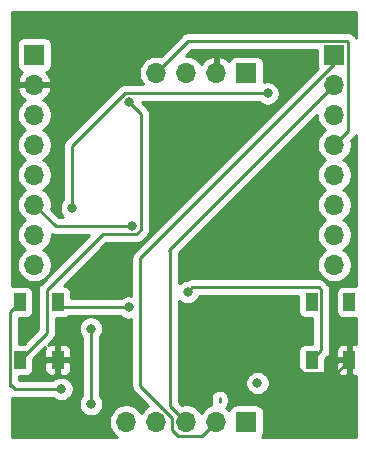
<source format=gbr>
%TF.GenerationSoftware,KiCad,Pcbnew,(5.1.8)-1*%
%TF.CreationDate,2021-02-07T19:47:34+01:00*%
%TF.ProjectId,addon_MH-Z19,6164646f-6e5f-44d4-982d-5a31392e6b69,rev?*%
%TF.SameCoordinates,Original*%
%TF.FileFunction,Copper,L2,Bot*%
%TF.FilePolarity,Positive*%
%FSLAX46Y46*%
G04 Gerber Fmt 4.6, Leading zero omitted, Abs format (unit mm)*
G04 Created by KiCad (PCBNEW (5.1.8)-1) date 2021-02-07 19:47:34*
%MOMM*%
%LPD*%
G01*
G04 APERTURE LIST*
%TA.AperFunction,ComponentPad*%
%ADD10R,1.700000X1.700000*%
%TD*%
%TA.AperFunction,ComponentPad*%
%ADD11O,1.700000X1.700000*%
%TD*%
%TA.AperFunction,SMDPad,CuDef*%
%ADD12R,1.000000X1.500000*%
%TD*%
%TA.AperFunction,ViaPad*%
%ADD13C,0.800000*%
%TD*%
%TA.AperFunction,Conductor*%
%ADD14C,0.250000*%
%TD*%
%TA.AperFunction,Conductor*%
%ADD15C,0.254000*%
%TD*%
%TA.AperFunction,Conductor*%
%ADD16C,0.100000*%
%TD*%
G04 APERTURE END LIST*
D10*
%TO.P,J3,1*%
%TO.N,N/C*%
X76360000Y-76800000D03*
D11*
%TO.P,J3,2*%
%TO.N,TX*%
X73820000Y-76800000D03*
%TO.P,J3,3*%
%TO.N,RX*%
X71280000Y-76800000D03*
%TO.P,J3,4*%
%TO.N,N/C*%
X68740000Y-76800000D03*
%TO.P,J3,5*%
%TO.N,HD*%
X66200000Y-76800000D03*
%TD*%
D12*
%TO.P,D2,3*%
%TO.N,GND*%
X60400000Y-71550000D03*
%TO.P,D2,4*%
%TO.N,Net-(D1-Pad2)*%
X57200000Y-71550000D03*
%TO.P,D2,2*%
%TO.N,Net-(D2-Pad2)*%
X60400000Y-66650000D03*
%TO.P,D2,1*%
%TO.N,+5V*%
X57200000Y-66650000D03*
%TD*%
%TO.P,D3,1*%
%TO.N,+5V*%
X81900000Y-66650000D03*
%TO.P,D3,2*%
%TO.N,N/C*%
X85100000Y-66650000D03*
%TO.P,D3,4*%
%TO.N,Net-(D2-Pad2)*%
X81900000Y-71550000D03*
%TO.P,D3,3*%
%TO.N,GND*%
X85100000Y-71550000D03*
%TD*%
D10*
%TO.P,J1,1*%
%TO.N,+3V3*%
X58420000Y-45710000D03*
D11*
%TO.P,J1,2*%
%TO.N,GND*%
X58420000Y-48250000D03*
%TO.P,J1,3*%
%TO.N,N/C*%
X58420000Y-50790000D03*
%TO.P,J1,4*%
X58420000Y-53330000D03*
%TO.P,J1,5*%
%TO.N,AdHoc*%
X58420000Y-55870000D03*
%TO.P,J1,6*%
%TO.N,PC1*%
X58420000Y-58410000D03*
%TO.P,J1,7*%
%TO.N,N/C*%
X58420000Y-60950000D03*
%TO.P,J1,8*%
X58420000Y-63490000D03*
%TD*%
%TO.P,J2,8*%
%TO.N,N/C*%
X83820000Y-63490000D03*
%TO.P,J2,7*%
X83820000Y-60950000D03*
%TO.P,J2,6*%
X83820000Y-58410000D03*
%TO.P,J2,5*%
X83820000Y-55870000D03*
%TO.P,J2,4*%
%TO.N,PWM*%
X83820000Y-53330000D03*
%TO.P,J2,3*%
%TO.N,HD*%
X83820000Y-50790000D03*
%TO.P,J2,2*%
%TO.N,RX*%
X83820000Y-48250000D03*
D10*
%TO.P,J2,1*%
%TO.N,TX*%
X83820000Y-45710000D03*
%TD*%
%TO.P,J4,1*%
%TO.N,+5V*%
X76360000Y-47260000D03*
D11*
%TO.P,J4,2*%
%TO.N,GND*%
X73820000Y-47260000D03*
%TO.P,J4,3*%
%TO.N,N/C*%
X71280000Y-47260000D03*
%TO.P,J4,4*%
%TO.N,PWM*%
X68740000Y-47260000D03*
%TD*%
D13*
%TO.N,+5V*%
X81900000Y-67000000D03*
X77300000Y-73500000D03*
X60700000Y-74000000D03*
%TO.N,GND*%
X60400000Y-71200000D03*
X71300000Y-67200000D03*
X77100000Y-67200000D03*
%TO.N,PC1*%
X66700000Y-60200000D03*
%TO.N,Net-(D1-Pad2)*%
X66400000Y-49700000D03*
%TO.N,Net-(D2-Pad2)*%
X71400000Y-65800000D03*
X66400000Y-67100000D03*
%TO.N,HD*%
X61600000Y-58700000D03*
X78174999Y-48974999D03*
%TO.N,AdHoc*%
X63200000Y-75300000D03*
X63200000Y-68900000D03*
%TD*%
D14*
%TO.N,*%
X74100000Y-75100000D02*
X74100000Y-74800000D01*
%TO.N,+5V*%
X57200000Y-66650000D02*
X56374999Y-67475001D01*
X60700000Y-74000000D02*
X56749998Y-74000000D01*
X56749998Y-74000000D02*
X56374999Y-73625001D01*
X56374999Y-73625001D02*
X56374999Y-73774999D01*
X56374999Y-67475001D02*
X56374999Y-73625001D01*
%TO.N,GND*%
X71300000Y-67200000D02*
X77100000Y-67200000D01*
X77100000Y-67200000D02*
X77100000Y-69400000D01*
X84024999Y-72625001D02*
X85100000Y-71550000D01*
X81139999Y-72625001D02*
X84024999Y-72625001D01*
X77100000Y-68585002D02*
X81139999Y-72625001D01*
X77100000Y-67200000D02*
X77100000Y-68585002D01*
%TO.N,PC1*%
X60210000Y-60200000D02*
X58420000Y-58410000D01*
X66700000Y-60200000D02*
X60210000Y-60200000D01*
%TO.N,Net-(D1-Pad2)*%
X67425001Y-50725001D02*
X66400000Y-49700000D01*
X67425001Y-60548001D02*
X67425001Y-50725001D01*
X67048001Y-60925001D02*
X67425001Y-60548001D01*
X64189997Y-60925001D02*
X67048001Y-60925001D01*
X59474999Y-65639999D02*
X64189997Y-60925001D01*
X59474999Y-69275001D02*
X57200000Y-71550000D01*
X59474999Y-65639999D02*
X59474999Y-69275001D01*
%TO.N,Net-(D2-Pad2)*%
X71400000Y-65800000D02*
X71625001Y-65574999D01*
X60850000Y-67100000D02*
X60400000Y-66650000D01*
X66400000Y-67100000D02*
X60850000Y-67100000D01*
X82725001Y-70724999D02*
X81900000Y-71550000D01*
X82725001Y-65639999D02*
X82725001Y-70724999D01*
X82485003Y-65400001D02*
X82725001Y-65639999D01*
X71799999Y-65400001D02*
X82485003Y-65400001D01*
X71400000Y-65800000D02*
X71799999Y-65400001D01*
%TO.N,PWM*%
X71465001Y-44534999D02*
X68740000Y-47260000D01*
X84930001Y-44534999D02*
X71465001Y-44534999D01*
X84995001Y-44599999D02*
X84930001Y-44534999D01*
X84995001Y-52154999D02*
X84995001Y-44599999D01*
X83820000Y-53330000D02*
X84995001Y-52154999D01*
%TO.N,RX*%
X69800000Y-62270000D02*
X83820000Y-48250000D01*
X69915001Y-75435001D02*
X71280000Y-76800000D01*
X69915001Y-62385001D02*
X69915001Y-75435001D01*
X69800000Y-62270000D02*
X69915001Y-62385001D01*
%TO.N,TX*%
X67400000Y-62930998D02*
X83820000Y-46510998D01*
X83820000Y-46510998D02*
X83820000Y-45710000D01*
X72644999Y-77975001D02*
X73820000Y-76800000D01*
X70575001Y-77975001D02*
X72644999Y-77975001D01*
X70104999Y-77504999D02*
X70575001Y-77975001D01*
X67400000Y-73720998D02*
X70104999Y-76425997D01*
X70104999Y-76425997D02*
X70104999Y-77504999D01*
X67400000Y-71600000D02*
X67400000Y-73720998D01*
X67400000Y-62930998D02*
X67400000Y-71600000D01*
%TO.N,HD*%
X66051999Y-48974999D02*
X78174999Y-48974999D01*
X61600000Y-53426998D02*
X66051999Y-48974999D01*
X61600000Y-58700000D02*
X61600000Y-53426998D01*
%TO.N,AdHoc*%
X63200000Y-75300000D02*
X63200000Y-68900000D01*
%TD*%
D15*
%TO.N,GND*%
X82335000Y-50936260D02*
X82392068Y-51223158D01*
X82504010Y-51493411D01*
X82666525Y-51736632D01*
X82873368Y-51943475D01*
X83047760Y-52060000D01*
X82873368Y-52176525D01*
X82666525Y-52383368D01*
X82504010Y-52626589D01*
X82392068Y-52896842D01*
X82335000Y-53183740D01*
X82335000Y-53476260D01*
X82392068Y-53763158D01*
X82504010Y-54033411D01*
X82666525Y-54276632D01*
X82873368Y-54483475D01*
X83047760Y-54600000D01*
X82873368Y-54716525D01*
X82666525Y-54923368D01*
X82504010Y-55166589D01*
X82392068Y-55436842D01*
X82335000Y-55723740D01*
X82335000Y-56016260D01*
X82392068Y-56303158D01*
X82504010Y-56573411D01*
X82666525Y-56816632D01*
X82873368Y-57023475D01*
X83047760Y-57140000D01*
X82873368Y-57256525D01*
X82666525Y-57463368D01*
X82504010Y-57706589D01*
X82392068Y-57976842D01*
X82335000Y-58263740D01*
X82335000Y-58556260D01*
X82392068Y-58843158D01*
X82504010Y-59113411D01*
X82666525Y-59356632D01*
X82873368Y-59563475D01*
X83047760Y-59680000D01*
X82873368Y-59796525D01*
X82666525Y-60003368D01*
X82504010Y-60246589D01*
X82392068Y-60516842D01*
X82335000Y-60803740D01*
X82335000Y-61096260D01*
X82392068Y-61383158D01*
X82504010Y-61653411D01*
X82666525Y-61896632D01*
X82873368Y-62103475D01*
X83047760Y-62220000D01*
X82873368Y-62336525D01*
X82666525Y-62543368D01*
X82504010Y-62786589D01*
X82392068Y-63056842D01*
X82335000Y-63343740D01*
X82335000Y-63636260D01*
X82392068Y-63923158D01*
X82504010Y-64193411D01*
X82666525Y-64436632D01*
X82873368Y-64643475D01*
X83116589Y-64805990D01*
X83386842Y-64917932D01*
X83673740Y-64975000D01*
X83966260Y-64975000D01*
X84253158Y-64917932D01*
X84523411Y-64805990D01*
X84766632Y-64643475D01*
X84973475Y-64436632D01*
X85135990Y-64193411D01*
X85247932Y-63923158D01*
X85305000Y-63636260D01*
X85305000Y-63343740D01*
X85247932Y-63056842D01*
X85135990Y-62786589D01*
X84973475Y-62543368D01*
X84766632Y-62336525D01*
X84592240Y-62220000D01*
X84766632Y-62103475D01*
X84973475Y-61896632D01*
X85135990Y-61653411D01*
X85247932Y-61383158D01*
X85305000Y-61096260D01*
X85305000Y-60803740D01*
X85247932Y-60516842D01*
X85135990Y-60246589D01*
X84973475Y-60003368D01*
X84766632Y-59796525D01*
X84592240Y-59680000D01*
X84766632Y-59563475D01*
X84973475Y-59356632D01*
X85135990Y-59113411D01*
X85247932Y-58843158D01*
X85305000Y-58556260D01*
X85305000Y-58263740D01*
X85247932Y-57976842D01*
X85135990Y-57706589D01*
X84973475Y-57463368D01*
X84766632Y-57256525D01*
X84592240Y-57140000D01*
X84766632Y-57023475D01*
X84973475Y-56816632D01*
X85135990Y-56573411D01*
X85247932Y-56303158D01*
X85305000Y-56016260D01*
X85305000Y-55723740D01*
X85247932Y-55436842D01*
X85135990Y-55166589D01*
X84973475Y-54923368D01*
X84766632Y-54716525D01*
X84592240Y-54600000D01*
X84766632Y-54483475D01*
X84973475Y-54276632D01*
X85135990Y-54033411D01*
X85247932Y-53763158D01*
X85305000Y-53476260D01*
X85305000Y-53183740D01*
X85261210Y-52963592D01*
X85506005Y-52718797D01*
X85535002Y-52695000D01*
X85629975Y-52579275D01*
X85675000Y-52495040D01*
X85675001Y-65269315D01*
X85600000Y-65261928D01*
X84600000Y-65261928D01*
X84475518Y-65274188D01*
X84355820Y-65310498D01*
X84245506Y-65369463D01*
X84148815Y-65448815D01*
X84069463Y-65545506D01*
X84010498Y-65655820D01*
X83974188Y-65775518D01*
X83961928Y-65900000D01*
X83961928Y-67400000D01*
X83974188Y-67524482D01*
X84010498Y-67644180D01*
X84069463Y-67754494D01*
X84148815Y-67851185D01*
X84245506Y-67930537D01*
X84355820Y-67989502D01*
X84475518Y-68025812D01*
X84600000Y-68038072D01*
X85600000Y-68038072D01*
X85675001Y-68030685D01*
X85675001Y-70169315D01*
X85600000Y-70161928D01*
X85385750Y-70165000D01*
X85227000Y-70323750D01*
X85227000Y-71423000D01*
X85247000Y-71423000D01*
X85247000Y-71677000D01*
X85227000Y-71677000D01*
X85227000Y-72776250D01*
X85385750Y-72935000D01*
X85600000Y-72938072D01*
X85675001Y-72930685D01*
X85675001Y-78055000D01*
X77699088Y-78055000D01*
X77740537Y-78004494D01*
X77799502Y-77894180D01*
X77835812Y-77774482D01*
X77848072Y-77650000D01*
X77848072Y-75950000D01*
X77835812Y-75825518D01*
X77799502Y-75705820D01*
X77740537Y-75595506D01*
X77661185Y-75498815D01*
X77564494Y-75419463D01*
X77454180Y-75360498D01*
X77334482Y-75324188D01*
X77210000Y-75311928D01*
X75510000Y-75311928D01*
X75385518Y-75324188D01*
X75265820Y-75360498D01*
X75155506Y-75419463D01*
X75058815Y-75498815D01*
X74979463Y-75595506D01*
X74920498Y-75705820D01*
X74898487Y-75778380D01*
X74766632Y-75646525D01*
X74681390Y-75589568D01*
X74734974Y-75524276D01*
X74805546Y-75392247D01*
X74849003Y-75248986D01*
X74860000Y-75137333D01*
X74860000Y-74762668D01*
X74849003Y-74651015D01*
X74805546Y-74507753D01*
X74734974Y-74375724D01*
X74640001Y-74259999D01*
X74524276Y-74165026D01*
X74392247Y-74094454D01*
X74248986Y-74050997D01*
X74100000Y-74036323D01*
X73951015Y-74050997D01*
X73807754Y-74094454D01*
X73675725Y-74165026D01*
X73559999Y-74259999D01*
X73465026Y-74375724D01*
X73394454Y-74507753D01*
X73350997Y-74651014D01*
X73340000Y-74762667D01*
X73340000Y-75137332D01*
X73350997Y-75248985D01*
X73388248Y-75371788D01*
X73386842Y-75372068D01*
X73116589Y-75484010D01*
X72873368Y-75646525D01*
X72666525Y-75853368D01*
X72550000Y-76027760D01*
X72433475Y-75853368D01*
X72226632Y-75646525D01*
X71983411Y-75484010D01*
X71713158Y-75372068D01*
X71426260Y-75315000D01*
X71133740Y-75315000D01*
X70913592Y-75358791D01*
X70675001Y-75120200D01*
X70675001Y-73398061D01*
X76265000Y-73398061D01*
X76265000Y-73601939D01*
X76304774Y-73801898D01*
X76382795Y-73990256D01*
X76496063Y-74159774D01*
X76640226Y-74303937D01*
X76809744Y-74417205D01*
X76998102Y-74495226D01*
X77198061Y-74535000D01*
X77401939Y-74535000D01*
X77601898Y-74495226D01*
X77790256Y-74417205D01*
X77959774Y-74303937D01*
X78103937Y-74159774D01*
X78217205Y-73990256D01*
X78295226Y-73801898D01*
X78335000Y-73601939D01*
X78335000Y-73398061D01*
X78295226Y-73198102D01*
X78217205Y-73009744D01*
X78103937Y-72840226D01*
X77959774Y-72696063D01*
X77790256Y-72582795D01*
X77601898Y-72504774D01*
X77401939Y-72465000D01*
X77198061Y-72465000D01*
X76998102Y-72504774D01*
X76809744Y-72582795D01*
X76640226Y-72696063D01*
X76496063Y-72840226D01*
X76382795Y-73009744D01*
X76304774Y-73198102D01*
X76265000Y-73398061D01*
X70675001Y-73398061D01*
X70675001Y-66538712D01*
X70740226Y-66603937D01*
X70909744Y-66717205D01*
X71098102Y-66795226D01*
X71298061Y-66835000D01*
X71501939Y-66835000D01*
X71701898Y-66795226D01*
X71890256Y-66717205D01*
X72059774Y-66603937D01*
X72203937Y-66459774D01*
X72317205Y-66290256D01*
X72371159Y-66160001D01*
X80761928Y-66160001D01*
X80761928Y-67400000D01*
X80774188Y-67524482D01*
X80810498Y-67644180D01*
X80869463Y-67754494D01*
X80948815Y-67851185D01*
X81045506Y-67930537D01*
X81155820Y-67989502D01*
X81275518Y-68025812D01*
X81400000Y-68038072D01*
X81965001Y-68038072D01*
X81965002Y-70161928D01*
X81400000Y-70161928D01*
X81275518Y-70174188D01*
X81155820Y-70210498D01*
X81045506Y-70269463D01*
X80948815Y-70348815D01*
X80869463Y-70445506D01*
X80810498Y-70555820D01*
X80774188Y-70675518D01*
X80761928Y-70800000D01*
X80761928Y-72300000D01*
X80774188Y-72424482D01*
X80810498Y-72544180D01*
X80869463Y-72654494D01*
X80948815Y-72751185D01*
X81045506Y-72830537D01*
X81155820Y-72889502D01*
X81275518Y-72925812D01*
X81400000Y-72938072D01*
X82400000Y-72938072D01*
X82524482Y-72925812D01*
X82644180Y-72889502D01*
X82754494Y-72830537D01*
X82851185Y-72751185D01*
X82930537Y-72654494D01*
X82989502Y-72544180D01*
X83025812Y-72424482D01*
X83038072Y-72300000D01*
X83961928Y-72300000D01*
X83974188Y-72424482D01*
X84010498Y-72544180D01*
X84069463Y-72654494D01*
X84148815Y-72751185D01*
X84245506Y-72830537D01*
X84355820Y-72889502D01*
X84475518Y-72925812D01*
X84600000Y-72938072D01*
X84814250Y-72935000D01*
X84973000Y-72776250D01*
X84973000Y-71677000D01*
X84123750Y-71677000D01*
X83965000Y-71835750D01*
X83961928Y-72300000D01*
X83038072Y-72300000D01*
X83038072Y-71486730D01*
X83236003Y-71288798D01*
X83265002Y-71265000D01*
X83359975Y-71149275D01*
X83430547Y-71017246D01*
X83474004Y-70873985D01*
X83481290Y-70800000D01*
X83961928Y-70800000D01*
X83965000Y-71264250D01*
X84123750Y-71423000D01*
X84973000Y-71423000D01*
X84973000Y-70323750D01*
X84814250Y-70165000D01*
X84600000Y-70161928D01*
X84475518Y-70174188D01*
X84355820Y-70210498D01*
X84245506Y-70269463D01*
X84148815Y-70348815D01*
X84069463Y-70445506D01*
X84010498Y-70555820D01*
X83974188Y-70675518D01*
X83961928Y-70800000D01*
X83481290Y-70800000D01*
X83485001Y-70762332D01*
X83488678Y-70724999D01*
X83485001Y-70687666D01*
X83485001Y-65677321D01*
X83488677Y-65639998D01*
X83485001Y-65602675D01*
X83485001Y-65602666D01*
X83474004Y-65491013D01*
X83430547Y-65347752D01*
X83359975Y-65215723D01*
X83265002Y-65099998D01*
X83236004Y-65076200D01*
X83048806Y-64889003D01*
X83025004Y-64860000D01*
X82909279Y-64765027D01*
X82777250Y-64694455D01*
X82633989Y-64650998D01*
X82522336Y-64640001D01*
X82522325Y-64640001D01*
X82485003Y-64636325D01*
X82447681Y-64640001D01*
X71837321Y-64640001D01*
X71799998Y-64636325D01*
X71762676Y-64640001D01*
X71762666Y-64640001D01*
X71651013Y-64650998D01*
X71507752Y-64694455D01*
X71375774Y-64765000D01*
X71298061Y-64765000D01*
X71098102Y-64804774D01*
X70909744Y-64882795D01*
X70740226Y-64996063D01*
X70675001Y-65061288D01*
X70675001Y-62469800D01*
X82335000Y-50809802D01*
X82335000Y-50936260D01*
%TA.AperFunction,Conductor*%
D16*
G36*
X82335000Y-50936260D02*
G01*
X82392068Y-51223158D01*
X82504010Y-51493411D01*
X82666525Y-51736632D01*
X82873368Y-51943475D01*
X83047760Y-52060000D01*
X82873368Y-52176525D01*
X82666525Y-52383368D01*
X82504010Y-52626589D01*
X82392068Y-52896842D01*
X82335000Y-53183740D01*
X82335000Y-53476260D01*
X82392068Y-53763158D01*
X82504010Y-54033411D01*
X82666525Y-54276632D01*
X82873368Y-54483475D01*
X83047760Y-54600000D01*
X82873368Y-54716525D01*
X82666525Y-54923368D01*
X82504010Y-55166589D01*
X82392068Y-55436842D01*
X82335000Y-55723740D01*
X82335000Y-56016260D01*
X82392068Y-56303158D01*
X82504010Y-56573411D01*
X82666525Y-56816632D01*
X82873368Y-57023475D01*
X83047760Y-57140000D01*
X82873368Y-57256525D01*
X82666525Y-57463368D01*
X82504010Y-57706589D01*
X82392068Y-57976842D01*
X82335000Y-58263740D01*
X82335000Y-58556260D01*
X82392068Y-58843158D01*
X82504010Y-59113411D01*
X82666525Y-59356632D01*
X82873368Y-59563475D01*
X83047760Y-59680000D01*
X82873368Y-59796525D01*
X82666525Y-60003368D01*
X82504010Y-60246589D01*
X82392068Y-60516842D01*
X82335000Y-60803740D01*
X82335000Y-61096260D01*
X82392068Y-61383158D01*
X82504010Y-61653411D01*
X82666525Y-61896632D01*
X82873368Y-62103475D01*
X83047760Y-62220000D01*
X82873368Y-62336525D01*
X82666525Y-62543368D01*
X82504010Y-62786589D01*
X82392068Y-63056842D01*
X82335000Y-63343740D01*
X82335000Y-63636260D01*
X82392068Y-63923158D01*
X82504010Y-64193411D01*
X82666525Y-64436632D01*
X82873368Y-64643475D01*
X83116589Y-64805990D01*
X83386842Y-64917932D01*
X83673740Y-64975000D01*
X83966260Y-64975000D01*
X84253158Y-64917932D01*
X84523411Y-64805990D01*
X84766632Y-64643475D01*
X84973475Y-64436632D01*
X85135990Y-64193411D01*
X85247932Y-63923158D01*
X85305000Y-63636260D01*
X85305000Y-63343740D01*
X85247932Y-63056842D01*
X85135990Y-62786589D01*
X84973475Y-62543368D01*
X84766632Y-62336525D01*
X84592240Y-62220000D01*
X84766632Y-62103475D01*
X84973475Y-61896632D01*
X85135990Y-61653411D01*
X85247932Y-61383158D01*
X85305000Y-61096260D01*
X85305000Y-60803740D01*
X85247932Y-60516842D01*
X85135990Y-60246589D01*
X84973475Y-60003368D01*
X84766632Y-59796525D01*
X84592240Y-59680000D01*
X84766632Y-59563475D01*
X84973475Y-59356632D01*
X85135990Y-59113411D01*
X85247932Y-58843158D01*
X85305000Y-58556260D01*
X85305000Y-58263740D01*
X85247932Y-57976842D01*
X85135990Y-57706589D01*
X84973475Y-57463368D01*
X84766632Y-57256525D01*
X84592240Y-57140000D01*
X84766632Y-57023475D01*
X84973475Y-56816632D01*
X85135990Y-56573411D01*
X85247932Y-56303158D01*
X85305000Y-56016260D01*
X85305000Y-55723740D01*
X85247932Y-55436842D01*
X85135990Y-55166589D01*
X84973475Y-54923368D01*
X84766632Y-54716525D01*
X84592240Y-54600000D01*
X84766632Y-54483475D01*
X84973475Y-54276632D01*
X85135990Y-54033411D01*
X85247932Y-53763158D01*
X85305000Y-53476260D01*
X85305000Y-53183740D01*
X85261210Y-52963592D01*
X85506005Y-52718797D01*
X85535002Y-52695000D01*
X85629975Y-52579275D01*
X85675000Y-52495040D01*
X85675001Y-65269315D01*
X85600000Y-65261928D01*
X84600000Y-65261928D01*
X84475518Y-65274188D01*
X84355820Y-65310498D01*
X84245506Y-65369463D01*
X84148815Y-65448815D01*
X84069463Y-65545506D01*
X84010498Y-65655820D01*
X83974188Y-65775518D01*
X83961928Y-65900000D01*
X83961928Y-67400000D01*
X83974188Y-67524482D01*
X84010498Y-67644180D01*
X84069463Y-67754494D01*
X84148815Y-67851185D01*
X84245506Y-67930537D01*
X84355820Y-67989502D01*
X84475518Y-68025812D01*
X84600000Y-68038072D01*
X85600000Y-68038072D01*
X85675001Y-68030685D01*
X85675001Y-70169315D01*
X85600000Y-70161928D01*
X85385750Y-70165000D01*
X85227000Y-70323750D01*
X85227000Y-71423000D01*
X85247000Y-71423000D01*
X85247000Y-71677000D01*
X85227000Y-71677000D01*
X85227000Y-72776250D01*
X85385750Y-72935000D01*
X85600000Y-72938072D01*
X85675001Y-72930685D01*
X85675001Y-78055000D01*
X77699088Y-78055000D01*
X77740537Y-78004494D01*
X77799502Y-77894180D01*
X77835812Y-77774482D01*
X77848072Y-77650000D01*
X77848072Y-75950000D01*
X77835812Y-75825518D01*
X77799502Y-75705820D01*
X77740537Y-75595506D01*
X77661185Y-75498815D01*
X77564494Y-75419463D01*
X77454180Y-75360498D01*
X77334482Y-75324188D01*
X77210000Y-75311928D01*
X75510000Y-75311928D01*
X75385518Y-75324188D01*
X75265820Y-75360498D01*
X75155506Y-75419463D01*
X75058815Y-75498815D01*
X74979463Y-75595506D01*
X74920498Y-75705820D01*
X74898487Y-75778380D01*
X74766632Y-75646525D01*
X74681390Y-75589568D01*
X74734974Y-75524276D01*
X74805546Y-75392247D01*
X74849003Y-75248986D01*
X74860000Y-75137333D01*
X74860000Y-74762668D01*
X74849003Y-74651015D01*
X74805546Y-74507753D01*
X74734974Y-74375724D01*
X74640001Y-74259999D01*
X74524276Y-74165026D01*
X74392247Y-74094454D01*
X74248986Y-74050997D01*
X74100000Y-74036323D01*
X73951015Y-74050997D01*
X73807754Y-74094454D01*
X73675725Y-74165026D01*
X73559999Y-74259999D01*
X73465026Y-74375724D01*
X73394454Y-74507753D01*
X73350997Y-74651014D01*
X73340000Y-74762667D01*
X73340000Y-75137332D01*
X73350997Y-75248985D01*
X73388248Y-75371788D01*
X73386842Y-75372068D01*
X73116589Y-75484010D01*
X72873368Y-75646525D01*
X72666525Y-75853368D01*
X72550000Y-76027760D01*
X72433475Y-75853368D01*
X72226632Y-75646525D01*
X71983411Y-75484010D01*
X71713158Y-75372068D01*
X71426260Y-75315000D01*
X71133740Y-75315000D01*
X70913592Y-75358791D01*
X70675001Y-75120200D01*
X70675001Y-73398061D01*
X76265000Y-73398061D01*
X76265000Y-73601939D01*
X76304774Y-73801898D01*
X76382795Y-73990256D01*
X76496063Y-74159774D01*
X76640226Y-74303937D01*
X76809744Y-74417205D01*
X76998102Y-74495226D01*
X77198061Y-74535000D01*
X77401939Y-74535000D01*
X77601898Y-74495226D01*
X77790256Y-74417205D01*
X77959774Y-74303937D01*
X78103937Y-74159774D01*
X78217205Y-73990256D01*
X78295226Y-73801898D01*
X78335000Y-73601939D01*
X78335000Y-73398061D01*
X78295226Y-73198102D01*
X78217205Y-73009744D01*
X78103937Y-72840226D01*
X77959774Y-72696063D01*
X77790256Y-72582795D01*
X77601898Y-72504774D01*
X77401939Y-72465000D01*
X77198061Y-72465000D01*
X76998102Y-72504774D01*
X76809744Y-72582795D01*
X76640226Y-72696063D01*
X76496063Y-72840226D01*
X76382795Y-73009744D01*
X76304774Y-73198102D01*
X76265000Y-73398061D01*
X70675001Y-73398061D01*
X70675001Y-66538712D01*
X70740226Y-66603937D01*
X70909744Y-66717205D01*
X71098102Y-66795226D01*
X71298061Y-66835000D01*
X71501939Y-66835000D01*
X71701898Y-66795226D01*
X71890256Y-66717205D01*
X72059774Y-66603937D01*
X72203937Y-66459774D01*
X72317205Y-66290256D01*
X72371159Y-66160001D01*
X80761928Y-66160001D01*
X80761928Y-67400000D01*
X80774188Y-67524482D01*
X80810498Y-67644180D01*
X80869463Y-67754494D01*
X80948815Y-67851185D01*
X81045506Y-67930537D01*
X81155820Y-67989502D01*
X81275518Y-68025812D01*
X81400000Y-68038072D01*
X81965001Y-68038072D01*
X81965002Y-70161928D01*
X81400000Y-70161928D01*
X81275518Y-70174188D01*
X81155820Y-70210498D01*
X81045506Y-70269463D01*
X80948815Y-70348815D01*
X80869463Y-70445506D01*
X80810498Y-70555820D01*
X80774188Y-70675518D01*
X80761928Y-70800000D01*
X80761928Y-72300000D01*
X80774188Y-72424482D01*
X80810498Y-72544180D01*
X80869463Y-72654494D01*
X80948815Y-72751185D01*
X81045506Y-72830537D01*
X81155820Y-72889502D01*
X81275518Y-72925812D01*
X81400000Y-72938072D01*
X82400000Y-72938072D01*
X82524482Y-72925812D01*
X82644180Y-72889502D01*
X82754494Y-72830537D01*
X82851185Y-72751185D01*
X82930537Y-72654494D01*
X82989502Y-72544180D01*
X83025812Y-72424482D01*
X83038072Y-72300000D01*
X83961928Y-72300000D01*
X83974188Y-72424482D01*
X84010498Y-72544180D01*
X84069463Y-72654494D01*
X84148815Y-72751185D01*
X84245506Y-72830537D01*
X84355820Y-72889502D01*
X84475518Y-72925812D01*
X84600000Y-72938072D01*
X84814250Y-72935000D01*
X84973000Y-72776250D01*
X84973000Y-71677000D01*
X84123750Y-71677000D01*
X83965000Y-71835750D01*
X83961928Y-72300000D01*
X83038072Y-72300000D01*
X83038072Y-71486730D01*
X83236003Y-71288798D01*
X83265002Y-71265000D01*
X83359975Y-71149275D01*
X83430547Y-71017246D01*
X83474004Y-70873985D01*
X83481290Y-70800000D01*
X83961928Y-70800000D01*
X83965000Y-71264250D01*
X84123750Y-71423000D01*
X84973000Y-71423000D01*
X84973000Y-70323750D01*
X84814250Y-70165000D01*
X84600000Y-70161928D01*
X84475518Y-70174188D01*
X84355820Y-70210498D01*
X84245506Y-70269463D01*
X84148815Y-70348815D01*
X84069463Y-70445506D01*
X84010498Y-70555820D01*
X83974188Y-70675518D01*
X83961928Y-70800000D01*
X83481290Y-70800000D01*
X83485001Y-70762332D01*
X83488678Y-70724999D01*
X83485001Y-70687666D01*
X83485001Y-65677321D01*
X83488677Y-65639998D01*
X83485001Y-65602675D01*
X83485001Y-65602666D01*
X83474004Y-65491013D01*
X83430547Y-65347752D01*
X83359975Y-65215723D01*
X83265002Y-65099998D01*
X83236004Y-65076200D01*
X83048806Y-64889003D01*
X83025004Y-64860000D01*
X82909279Y-64765027D01*
X82777250Y-64694455D01*
X82633989Y-64650998D01*
X82522336Y-64640001D01*
X82522325Y-64640001D01*
X82485003Y-64636325D01*
X82447681Y-64640001D01*
X71837321Y-64640001D01*
X71799998Y-64636325D01*
X71762676Y-64640001D01*
X71762666Y-64640001D01*
X71651013Y-64650998D01*
X71507752Y-64694455D01*
X71375774Y-64765000D01*
X71298061Y-64765000D01*
X71098102Y-64804774D01*
X70909744Y-64882795D01*
X70740226Y-64996063D01*
X70675001Y-65061288D01*
X70675001Y-62469800D01*
X82335000Y-50809802D01*
X82335000Y-50936260D01*
G37*
%TD.AperFunction*%
D15*
X65740226Y-67903937D02*
X65909744Y-68017205D01*
X66098102Y-68095226D01*
X66298061Y-68135000D01*
X66501939Y-68135000D01*
X66640001Y-68107538D01*
X66640001Y-71562658D01*
X66640000Y-71562668D01*
X66640001Y-73683666D01*
X66636324Y-73720998D01*
X66650998Y-73869983D01*
X66694454Y-74013244D01*
X66765026Y-74145274D01*
X66809344Y-74199275D01*
X66860000Y-74260999D01*
X66888998Y-74284797D01*
X68073091Y-75468890D01*
X68036589Y-75484010D01*
X67793368Y-75646525D01*
X67586525Y-75853368D01*
X67470000Y-76027760D01*
X67353475Y-75853368D01*
X67146632Y-75646525D01*
X66903411Y-75484010D01*
X66633158Y-75372068D01*
X66346260Y-75315000D01*
X66053740Y-75315000D01*
X65766842Y-75372068D01*
X65496589Y-75484010D01*
X65253368Y-75646525D01*
X65046525Y-75853368D01*
X64884010Y-76096589D01*
X64772068Y-76366842D01*
X64715000Y-76653740D01*
X64715000Y-76946260D01*
X64772068Y-77233158D01*
X64884010Y-77503411D01*
X65046525Y-77746632D01*
X65253368Y-77953475D01*
X65405311Y-78055000D01*
X56565000Y-78055000D01*
X56565000Y-74738079D01*
X56601012Y-74749003D01*
X56712665Y-74760000D01*
X56712673Y-74760000D01*
X56749998Y-74763676D01*
X56787323Y-74760000D01*
X59996289Y-74760000D01*
X60040226Y-74803937D01*
X60209744Y-74917205D01*
X60398102Y-74995226D01*
X60598061Y-75035000D01*
X60801939Y-75035000D01*
X61001898Y-74995226D01*
X61190256Y-74917205D01*
X61359774Y-74803937D01*
X61503937Y-74659774D01*
X61617205Y-74490256D01*
X61695226Y-74301898D01*
X61735000Y-74101939D01*
X61735000Y-73898061D01*
X61695226Y-73698102D01*
X61617205Y-73509744D01*
X61503937Y-73340226D01*
X61359774Y-73196063D01*
X61190256Y-73082795D01*
X61001898Y-73004774D01*
X60801939Y-72965000D01*
X60598061Y-72965000D01*
X60398102Y-73004774D01*
X60209744Y-73082795D01*
X60040226Y-73196063D01*
X59996289Y-73240000D01*
X57134999Y-73240000D01*
X57134999Y-72938072D01*
X57700000Y-72938072D01*
X57824482Y-72925812D01*
X57944180Y-72889502D01*
X58054494Y-72830537D01*
X58151185Y-72751185D01*
X58230537Y-72654494D01*
X58289502Y-72544180D01*
X58325812Y-72424482D01*
X58338072Y-72300000D01*
X59261928Y-72300000D01*
X59274188Y-72424482D01*
X59310498Y-72544180D01*
X59369463Y-72654494D01*
X59448815Y-72751185D01*
X59545506Y-72830537D01*
X59655820Y-72889502D01*
X59775518Y-72925812D01*
X59900000Y-72938072D01*
X60114250Y-72935000D01*
X60273000Y-72776250D01*
X60273000Y-71677000D01*
X60527000Y-71677000D01*
X60527000Y-72776250D01*
X60685750Y-72935000D01*
X60900000Y-72938072D01*
X61024482Y-72925812D01*
X61144180Y-72889502D01*
X61254494Y-72830537D01*
X61351185Y-72751185D01*
X61430537Y-72654494D01*
X61489502Y-72544180D01*
X61525812Y-72424482D01*
X61538072Y-72300000D01*
X61535000Y-71835750D01*
X61376250Y-71677000D01*
X60527000Y-71677000D01*
X60273000Y-71677000D01*
X59423750Y-71677000D01*
X59265000Y-71835750D01*
X59261928Y-72300000D01*
X58338072Y-72300000D01*
X58338072Y-71486730D01*
X59358171Y-70466631D01*
X59310498Y-70555820D01*
X59274188Y-70675518D01*
X59261928Y-70800000D01*
X59265000Y-71264250D01*
X59423750Y-71423000D01*
X60273000Y-71423000D01*
X60273000Y-70323750D01*
X60527000Y-70323750D01*
X60527000Y-71423000D01*
X61376250Y-71423000D01*
X61535000Y-71264250D01*
X61538072Y-70800000D01*
X61525812Y-70675518D01*
X61489502Y-70555820D01*
X61430537Y-70445506D01*
X61351185Y-70348815D01*
X61254494Y-70269463D01*
X61144180Y-70210498D01*
X61024482Y-70174188D01*
X60900000Y-70161928D01*
X60685750Y-70165000D01*
X60527000Y-70323750D01*
X60273000Y-70323750D01*
X60114250Y-70165000D01*
X59900000Y-70161928D01*
X59775518Y-70174188D01*
X59655820Y-70210498D01*
X59566632Y-70258171D01*
X59986007Y-69838796D01*
X60015000Y-69815002D01*
X60038794Y-69786009D01*
X60038798Y-69786005D01*
X60109972Y-69699278D01*
X60109973Y-69699277D01*
X60180545Y-69567248D01*
X60224002Y-69423987D01*
X60234999Y-69312334D01*
X60234999Y-69312325D01*
X60238675Y-69275002D01*
X60234999Y-69237679D01*
X60234999Y-68798061D01*
X62165000Y-68798061D01*
X62165000Y-69001939D01*
X62204774Y-69201898D01*
X62282795Y-69390256D01*
X62396063Y-69559774D01*
X62440001Y-69603712D01*
X62440000Y-74596289D01*
X62396063Y-74640226D01*
X62282795Y-74809744D01*
X62204774Y-74998102D01*
X62165000Y-75198061D01*
X62165000Y-75401939D01*
X62204774Y-75601898D01*
X62282795Y-75790256D01*
X62396063Y-75959774D01*
X62540226Y-76103937D01*
X62709744Y-76217205D01*
X62898102Y-76295226D01*
X63098061Y-76335000D01*
X63301939Y-76335000D01*
X63501898Y-76295226D01*
X63690256Y-76217205D01*
X63859774Y-76103937D01*
X64003937Y-75959774D01*
X64117205Y-75790256D01*
X64195226Y-75601898D01*
X64235000Y-75401939D01*
X64235000Y-75198061D01*
X64195226Y-74998102D01*
X64117205Y-74809744D01*
X64003937Y-74640226D01*
X63960000Y-74596289D01*
X63960000Y-69603711D01*
X64003937Y-69559774D01*
X64117205Y-69390256D01*
X64195226Y-69201898D01*
X64235000Y-69001939D01*
X64235000Y-68798061D01*
X64195226Y-68598102D01*
X64117205Y-68409744D01*
X64003937Y-68240226D01*
X63859774Y-68096063D01*
X63690256Y-67982795D01*
X63501898Y-67904774D01*
X63301939Y-67865000D01*
X63098061Y-67865000D01*
X62898102Y-67904774D01*
X62709744Y-67982795D01*
X62540226Y-68096063D01*
X62396063Y-68240226D01*
X62282795Y-68409744D01*
X62204774Y-68598102D01*
X62165000Y-68798061D01*
X60234999Y-68798061D01*
X60234999Y-68038072D01*
X60900000Y-68038072D01*
X61024482Y-68025812D01*
X61144180Y-67989502D01*
X61254494Y-67930537D01*
X61340444Y-67860000D01*
X65696289Y-67860000D01*
X65740226Y-67903937D01*
%TA.AperFunction,Conductor*%
D16*
G36*
X65740226Y-67903937D02*
G01*
X65909744Y-68017205D01*
X66098102Y-68095226D01*
X66298061Y-68135000D01*
X66501939Y-68135000D01*
X66640001Y-68107538D01*
X66640001Y-71562658D01*
X66640000Y-71562668D01*
X66640001Y-73683666D01*
X66636324Y-73720998D01*
X66650998Y-73869983D01*
X66694454Y-74013244D01*
X66765026Y-74145274D01*
X66809344Y-74199275D01*
X66860000Y-74260999D01*
X66888998Y-74284797D01*
X68073091Y-75468890D01*
X68036589Y-75484010D01*
X67793368Y-75646525D01*
X67586525Y-75853368D01*
X67470000Y-76027760D01*
X67353475Y-75853368D01*
X67146632Y-75646525D01*
X66903411Y-75484010D01*
X66633158Y-75372068D01*
X66346260Y-75315000D01*
X66053740Y-75315000D01*
X65766842Y-75372068D01*
X65496589Y-75484010D01*
X65253368Y-75646525D01*
X65046525Y-75853368D01*
X64884010Y-76096589D01*
X64772068Y-76366842D01*
X64715000Y-76653740D01*
X64715000Y-76946260D01*
X64772068Y-77233158D01*
X64884010Y-77503411D01*
X65046525Y-77746632D01*
X65253368Y-77953475D01*
X65405311Y-78055000D01*
X56565000Y-78055000D01*
X56565000Y-74738079D01*
X56601012Y-74749003D01*
X56712665Y-74760000D01*
X56712673Y-74760000D01*
X56749998Y-74763676D01*
X56787323Y-74760000D01*
X59996289Y-74760000D01*
X60040226Y-74803937D01*
X60209744Y-74917205D01*
X60398102Y-74995226D01*
X60598061Y-75035000D01*
X60801939Y-75035000D01*
X61001898Y-74995226D01*
X61190256Y-74917205D01*
X61359774Y-74803937D01*
X61503937Y-74659774D01*
X61617205Y-74490256D01*
X61695226Y-74301898D01*
X61735000Y-74101939D01*
X61735000Y-73898061D01*
X61695226Y-73698102D01*
X61617205Y-73509744D01*
X61503937Y-73340226D01*
X61359774Y-73196063D01*
X61190256Y-73082795D01*
X61001898Y-73004774D01*
X60801939Y-72965000D01*
X60598061Y-72965000D01*
X60398102Y-73004774D01*
X60209744Y-73082795D01*
X60040226Y-73196063D01*
X59996289Y-73240000D01*
X57134999Y-73240000D01*
X57134999Y-72938072D01*
X57700000Y-72938072D01*
X57824482Y-72925812D01*
X57944180Y-72889502D01*
X58054494Y-72830537D01*
X58151185Y-72751185D01*
X58230537Y-72654494D01*
X58289502Y-72544180D01*
X58325812Y-72424482D01*
X58338072Y-72300000D01*
X59261928Y-72300000D01*
X59274188Y-72424482D01*
X59310498Y-72544180D01*
X59369463Y-72654494D01*
X59448815Y-72751185D01*
X59545506Y-72830537D01*
X59655820Y-72889502D01*
X59775518Y-72925812D01*
X59900000Y-72938072D01*
X60114250Y-72935000D01*
X60273000Y-72776250D01*
X60273000Y-71677000D01*
X60527000Y-71677000D01*
X60527000Y-72776250D01*
X60685750Y-72935000D01*
X60900000Y-72938072D01*
X61024482Y-72925812D01*
X61144180Y-72889502D01*
X61254494Y-72830537D01*
X61351185Y-72751185D01*
X61430537Y-72654494D01*
X61489502Y-72544180D01*
X61525812Y-72424482D01*
X61538072Y-72300000D01*
X61535000Y-71835750D01*
X61376250Y-71677000D01*
X60527000Y-71677000D01*
X60273000Y-71677000D01*
X59423750Y-71677000D01*
X59265000Y-71835750D01*
X59261928Y-72300000D01*
X58338072Y-72300000D01*
X58338072Y-71486730D01*
X59358171Y-70466631D01*
X59310498Y-70555820D01*
X59274188Y-70675518D01*
X59261928Y-70800000D01*
X59265000Y-71264250D01*
X59423750Y-71423000D01*
X60273000Y-71423000D01*
X60273000Y-70323750D01*
X60527000Y-70323750D01*
X60527000Y-71423000D01*
X61376250Y-71423000D01*
X61535000Y-71264250D01*
X61538072Y-70800000D01*
X61525812Y-70675518D01*
X61489502Y-70555820D01*
X61430537Y-70445506D01*
X61351185Y-70348815D01*
X61254494Y-70269463D01*
X61144180Y-70210498D01*
X61024482Y-70174188D01*
X60900000Y-70161928D01*
X60685750Y-70165000D01*
X60527000Y-70323750D01*
X60273000Y-70323750D01*
X60114250Y-70165000D01*
X59900000Y-70161928D01*
X59775518Y-70174188D01*
X59655820Y-70210498D01*
X59566632Y-70258171D01*
X59986007Y-69838796D01*
X60015000Y-69815002D01*
X60038794Y-69786009D01*
X60038798Y-69786005D01*
X60109972Y-69699278D01*
X60109973Y-69699277D01*
X60180545Y-69567248D01*
X60224002Y-69423987D01*
X60234999Y-69312334D01*
X60234999Y-69312325D01*
X60238675Y-69275002D01*
X60234999Y-69237679D01*
X60234999Y-68798061D01*
X62165000Y-68798061D01*
X62165000Y-69001939D01*
X62204774Y-69201898D01*
X62282795Y-69390256D01*
X62396063Y-69559774D01*
X62440001Y-69603712D01*
X62440000Y-74596289D01*
X62396063Y-74640226D01*
X62282795Y-74809744D01*
X62204774Y-74998102D01*
X62165000Y-75198061D01*
X62165000Y-75401939D01*
X62204774Y-75601898D01*
X62282795Y-75790256D01*
X62396063Y-75959774D01*
X62540226Y-76103937D01*
X62709744Y-76217205D01*
X62898102Y-76295226D01*
X63098061Y-76335000D01*
X63301939Y-76335000D01*
X63501898Y-76295226D01*
X63690256Y-76217205D01*
X63859774Y-76103937D01*
X64003937Y-75959774D01*
X64117205Y-75790256D01*
X64195226Y-75601898D01*
X64235000Y-75401939D01*
X64235000Y-75198061D01*
X64195226Y-74998102D01*
X64117205Y-74809744D01*
X64003937Y-74640226D01*
X63960000Y-74596289D01*
X63960000Y-69603711D01*
X64003937Y-69559774D01*
X64117205Y-69390256D01*
X64195226Y-69201898D01*
X64235000Y-69001939D01*
X64235000Y-68798061D01*
X64195226Y-68598102D01*
X64117205Y-68409744D01*
X64003937Y-68240226D01*
X63859774Y-68096063D01*
X63690256Y-67982795D01*
X63501898Y-67904774D01*
X63301939Y-67865000D01*
X63098061Y-67865000D01*
X62898102Y-67904774D01*
X62709744Y-67982795D01*
X62540226Y-68096063D01*
X62396063Y-68240226D01*
X62282795Y-68409744D01*
X62204774Y-68598102D01*
X62165000Y-68798061D01*
X60234999Y-68798061D01*
X60234999Y-68038072D01*
X60900000Y-68038072D01*
X61024482Y-68025812D01*
X61144180Y-67989502D01*
X61254494Y-67930537D01*
X61340444Y-67860000D01*
X65696289Y-67860000D01*
X65740226Y-67903937D01*
G37*
%TD.AperFunction*%
D15*
X85675000Y-44259958D02*
X85629975Y-44175723D01*
X85535002Y-44059998D01*
X85505998Y-44036195D01*
X85493805Y-44024002D01*
X85470002Y-43994998D01*
X85354277Y-43900025D01*
X85222248Y-43829453D01*
X85078987Y-43785996D01*
X84967334Y-43774999D01*
X84967323Y-43774999D01*
X84930001Y-43771323D01*
X84892679Y-43774999D01*
X71502323Y-43774999D01*
X71465000Y-43771323D01*
X71427677Y-43774999D01*
X71427668Y-43774999D01*
X71316015Y-43785996D01*
X71172754Y-43829453D01*
X71040725Y-43900025D01*
X70925000Y-43994998D01*
X70901202Y-44023996D01*
X69106408Y-45818791D01*
X68886260Y-45775000D01*
X68593740Y-45775000D01*
X68306842Y-45832068D01*
X68036589Y-45944010D01*
X67793368Y-46106525D01*
X67586525Y-46313368D01*
X67424010Y-46556589D01*
X67312068Y-46826842D01*
X67255000Y-47113740D01*
X67255000Y-47406260D01*
X67312068Y-47693158D01*
X67424010Y-47963411D01*
X67586525Y-48206632D01*
X67594892Y-48214999D01*
X66089321Y-48214999D01*
X66051998Y-48211323D01*
X66014675Y-48214999D01*
X66014666Y-48214999D01*
X65903013Y-48225996D01*
X65759752Y-48269453D01*
X65627723Y-48340025D01*
X65511998Y-48434998D01*
X65488200Y-48463996D01*
X61088998Y-52863199D01*
X61060000Y-52886997D01*
X61036202Y-52915995D01*
X61036201Y-52915996D01*
X60965026Y-53002722D01*
X60894454Y-53134752D01*
X60850998Y-53278013D01*
X60836324Y-53426998D01*
X60840001Y-53464330D01*
X60840000Y-57996289D01*
X60796063Y-58040226D01*
X60682795Y-58209744D01*
X60604774Y-58398102D01*
X60565000Y-58598061D01*
X60565000Y-58801939D01*
X60604774Y-59001898D01*
X60682795Y-59190256D01*
X60796063Y-59359774D01*
X60876289Y-59440000D01*
X60524802Y-59440000D01*
X59861210Y-58776408D01*
X59905000Y-58556260D01*
X59905000Y-58263740D01*
X59847932Y-57976842D01*
X59735990Y-57706589D01*
X59573475Y-57463368D01*
X59366632Y-57256525D01*
X59192240Y-57140000D01*
X59366632Y-57023475D01*
X59573475Y-56816632D01*
X59735990Y-56573411D01*
X59847932Y-56303158D01*
X59905000Y-56016260D01*
X59905000Y-55723740D01*
X59847932Y-55436842D01*
X59735990Y-55166589D01*
X59573475Y-54923368D01*
X59366632Y-54716525D01*
X59192240Y-54600000D01*
X59366632Y-54483475D01*
X59573475Y-54276632D01*
X59735990Y-54033411D01*
X59847932Y-53763158D01*
X59905000Y-53476260D01*
X59905000Y-53183740D01*
X59847932Y-52896842D01*
X59735990Y-52626589D01*
X59573475Y-52383368D01*
X59366632Y-52176525D01*
X59192240Y-52060000D01*
X59366632Y-51943475D01*
X59573475Y-51736632D01*
X59735990Y-51493411D01*
X59847932Y-51223158D01*
X59905000Y-50936260D01*
X59905000Y-50643740D01*
X59847932Y-50356842D01*
X59735990Y-50086589D01*
X59573475Y-49843368D01*
X59366632Y-49636525D01*
X59184466Y-49514805D01*
X59301355Y-49445178D01*
X59517588Y-49250269D01*
X59691641Y-49016920D01*
X59816825Y-48754099D01*
X59861476Y-48606890D01*
X59740155Y-48377000D01*
X58547000Y-48377000D01*
X58547000Y-48397000D01*
X58293000Y-48397000D01*
X58293000Y-48377000D01*
X57099845Y-48377000D01*
X56978524Y-48606890D01*
X57023175Y-48754099D01*
X57148359Y-49016920D01*
X57322412Y-49250269D01*
X57538645Y-49445178D01*
X57655534Y-49514805D01*
X57473368Y-49636525D01*
X57266525Y-49843368D01*
X57104010Y-50086589D01*
X56992068Y-50356842D01*
X56935000Y-50643740D01*
X56935000Y-50936260D01*
X56992068Y-51223158D01*
X57104010Y-51493411D01*
X57266525Y-51736632D01*
X57473368Y-51943475D01*
X57647760Y-52060000D01*
X57473368Y-52176525D01*
X57266525Y-52383368D01*
X57104010Y-52626589D01*
X56992068Y-52896842D01*
X56935000Y-53183740D01*
X56935000Y-53476260D01*
X56992068Y-53763158D01*
X57104010Y-54033411D01*
X57266525Y-54276632D01*
X57473368Y-54483475D01*
X57647760Y-54600000D01*
X57473368Y-54716525D01*
X57266525Y-54923368D01*
X57104010Y-55166589D01*
X56992068Y-55436842D01*
X56935000Y-55723740D01*
X56935000Y-56016260D01*
X56992068Y-56303158D01*
X57104010Y-56573411D01*
X57266525Y-56816632D01*
X57473368Y-57023475D01*
X57647760Y-57140000D01*
X57473368Y-57256525D01*
X57266525Y-57463368D01*
X57104010Y-57706589D01*
X56992068Y-57976842D01*
X56935000Y-58263740D01*
X56935000Y-58556260D01*
X56992068Y-58843158D01*
X57104010Y-59113411D01*
X57266525Y-59356632D01*
X57473368Y-59563475D01*
X57647760Y-59680000D01*
X57473368Y-59796525D01*
X57266525Y-60003368D01*
X57104010Y-60246589D01*
X56992068Y-60516842D01*
X56935000Y-60803740D01*
X56935000Y-61096260D01*
X56992068Y-61383158D01*
X57104010Y-61653411D01*
X57266525Y-61896632D01*
X57473368Y-62103475D01*
X57647760Y-62220000D01*
X57473368Y-62336525D01*
X57266525Y-62543368D01*
X57104010Y-62786589D01*
X56992068Y-63056842D01*
X56935000Y-63343740D01*
X56935000Y-63636260D01*
X56992068Y-63923158D01*
X57104010Y-64193411D01*
X57266525Y-64436632D01*
X57473368Y-64643475D01*
X57716589Y-64805990D01*
X57986842Y-64917932D01*
X58273740Y-64975000D01*
X58566260Y-64975000D01*
X58853158Y-64917932D01*
X59123411Y-64805990D01*
X59366632Y-64643475D01*
X59573475Y-64436632D01*
X59735990Y-64193411D01*
X59847932Y-63923158D01*
X59905000Y-63636260D01*
X59905000Y-63343740D01*
X59847932Y-63056842D01*
X59735990Y-62786589D01*
X59573475Y-62543368D01*
X59366632Y-62336525D01*
X59192240Y-62220000D01*
X59366632Y-62103475D01*
X59573475Y-61896632D01*
X59735990Y-61653411D01*
X59847932Y-61383158D01*
X59905000Y-61096260D01*
X59905000Y-60898729D01*
X59917753Y-60905546D01*
X60061014Y-60949003D01*
X60172667Y-60960000D01*
X60172676Y-60960000D01*
X60209999Y-60963676D01*
X60247322Y-60960000D01*
X63080196Y-60960000D01*
X58964002Y-65076195D01*
X58934998Y-65099998D01*
X58901984Y-65140226D01*
X58840025Y-65215723D01*
X58769454Y-65347752D01*
X58769453Y-65347753D01*
X58725996Y-65491014D01*
X58714999Y-65602667D01*
X58714999Y-65602677D01*
X58711323Y-65639999D01*
X58714999Y-65677322D01*
X58715000Y-68960197D01*
X57513270Y-70161928D01*
X57134999Y-70161928D01*
X57134999Y-68038072D01*
X57700000Y-68038072D01*
X57824482Y-68025812D01*
X57944180Y-67989502D01*
X58054494Y-67930537D01*
X58151185Y-67851185D01*
X58230537Y-67754494D01*
X58289502Y-67644180D01*
X58325812Y-67524482D01*
X58338072Y-67400000D01*
X58338072Y-65900000D01*
X58325812Y-65775518D01*
X58289502Y-65655820D01*
X58230537Y-65545506D01*
X58151185Y-65448815D01*
X58054494Y-65369463D01*
X57944180Y-65310498D01*
X57824482Y-65274188D01*
X57700000Y-65261928D01*
X56700000Y-65261928D01*
X56575518Y-65274188D01*
X56565000Y-65277379D01*
X56565000Y-44860000D01*
X56931928Y-44860000D01*
X56931928Y-46560000D01*
X56944188Y-46684482D01*
X56980498Y-46804180D01*
X57039463Y-46914494D01*
X57118815Y-47011185D01*
X57215506Y-47090537D01*
X57325820Y-47149502D01*
X57406466Y-47173966D01*
X57322412Y-47249731D01*
X57148359Y-47483080D01*
X57023175Y-47745901D01*
X56978524Y-47893110D01*
X57099845Y-48123000D01*
X58293000Y-48123000D01*
X58293000Y-48103000D01*
X58547000Y-48103000D01*
X58547000Y-48123000D01*
X59740155Y-48123000D01*
X59861476Y-47893110D01*
X59816825Y-47745901D01*
X59691641Y-47483080D01*
X59517588Y-47249731D01*
X59433534Y-47173966D01*
X59514180Y-47149502D01*
X59624494Y-47090537D01*
X59721185Y-47011185D01*
X59800537Y-46914494D01*
X59859502Y-46804180D01*
X59895812Y-46684482D01*
X59908072Y-46560000D01*
X59908072Y-44860000D01*
X59895812Y-44735518D01*
X59859502Y-44615820D01*
X59800537Y-44505506D01*
X59721185Y-44408815D01*
X59624494Y-44329463D01*
X59514180Y-44270498D01*
X59394482Y-44234188D01*
X59270000Y-44221928D01*
X57570000Y-44221928D01*
X57445518Y-44234188D01*
X57325820Y-44270498D01*
X57215506Y-44329463D01*
X57118815Y-44408815D01*
X57039463Y-44505506D01*
X56980498Y-44615820D01*
X56944188Y-44735518D01*
X56931928Y-44860000D01*
X56565000Y-44860000D01*
X56565000Y-42085000D01*
X85675000Y-42085000D01*
X85675000Y-44259958D01*
%TA.AperFunction,Conductor*%
D16*
G36*
X85675000Y-44259958D02*
G01*
X85629975Y-44175723D01*
X85535002Y-44059998D01*
X85505998Y-44036195D01*
X85493805Y-44024002D01*
X85470002Y-43994998D01*
X85354277Y-43900025D01*
X85222248Y-43829453D01*
X85078987Y-43785996D01*
X84967334Y-43774999D01*
X84967323Y-43774999D01*
X84930001Y-43771323D01*
X84892679Y-43774999D01*
X71502323Y-43774999D01*
X71465000Y-43771323D01*
X71427677Y-43774999D01*
X71427668Y-43774999D01*
X71316015Y-43785996D01*
X71172754Y-43829453D01*
X71040725Y-43900025D01*
X70925000Y-43994998D01*
X70901202Y-44023996D01*
X69106408Y-45818791D01*
X68886260Y-45775000D01*
X68593740Y-45775000D01*
X68306842Y-45832068D01*
X68036589Y-45944010D01*
X67793368Y-46106525D01*
X67586525Y-46313368D01*
X67424010Y-46556589D01*
X67312068Y-46826842D01*
X67255000Y-47113740D01*
X67255000Y-47406260D01*
X67312068Y-47693158D01*
X67424010Y-47963411D01*
X67586525Y-48206632D01*
X67594892Y-48214999D01*
X66089321Y-48214999D01*
X66051998Y-48211323D01*
X66014675Y-48214999D01*
X66014666Y-48214999D01*
X65903013Y-48225996D01*
X65759752Y-48269453D01*
X65627723Y-48340025D01*
X65511998Y-48434998D01*
X65488200Y-48463996D01*
X61088998Y-52863199D01*
X61060000Y-52886997D01*
X61036202Y-52915995D01*
X61036201Y-52915996D01*
X60965026Y-53002722D01*
X60894454Y-53134752D01*
X60850998Y-53278013D01*
X60836324Y-53426998D01*
X60840001Y-53464330D01*
X60840000Y-57996289D01*
X60796063Y-58040226D01*
X60682795Y-58209744D01*
X60604774Y-58398102D01*
X60565000Y-58598061D01*
X60565000Y-58801939D01*
X60604774Y-59001898D01*
X60682795Y-59190256D01*
X60796063Y-59359774D01*
X60876289Y-59440000D01*
X60524802Y-59440000D01*
X59861210Y-58776408D01*
X59905000Y-58556260D01*
X59905000Y-58263740D01*
X59847932Y-57976842D01*
X59735990Y-57706589D01*
X59573475Y-57463368D01*
X59366632Y-57256525D01*
X59192240Y-57140000D01*
X59366632Y-57023475D01*
X59573475Y-56816632D01*
X59735990Y-56573411D01*
X59847932Y-56303158D01*
X59905000Y-56016260D01*
X59905000Y-55723740D01*
X59847932Y-55436842D01*
X59735990Y-55166589D01*
X59573475Y-54923368D01*
X59366632Y-54716525D01*
X59192240Y-54600000D01*
X59366632Y-54483475D01*
X59573475Y-54276632D01*
X59735990Y-54033411D01*
X59847932Y-53763158D01*
X59905000Y-53476260D01*
X59905000Y-53183740D01*
X59847932Y-52896842D01*
X59735990Y-52626589D01*
X59573475Y-52383368D01*
X59366632Y-52176525D01*
X59192240Y-52060000D01*
X59366632Y-51943475D01*
X59573475Y-51736632D01*
X59735990Y-51493411D01*
X59847932Y-51223158D01*
X59905000Y-50936260D01*
X59905000Y-50643740D01*
X59847932Y-50356842D01*
X59735990Y-50086589D01*
X59573475Y-49843368D01*
X59366632Y-49636525D01*
X59184466Y-49514805D01*
X59301355Y-49445178D01*
X59517588Y-49250269D01*
X59691641Y-49016920D01*
X59816825Y-48754099D01*
X59861476Y-48606890D01*
X59740155Y-48377000D01*
X58547000Y-48377000D01*
X58547000Y-48397000D01*
X58293000Y-48397000D01*
X58293000Y-48377000D01*
X57099845Y-48377000D01*
X56978524Y-48606890D01*
X57023175Y-48754099D01*
X57148359Y-49016920D01*
X57322412Y-49250269D01*
X57538645Y-49445178D01*
X57655534Y-49514805D01*
X57473368Y-49636525D01*
X57266525Y-49843368D01*
X57104010Y-50086589D01*
X56992068Y-50356842D01*
X56935000Y-50643740D01*
X56935000Y-50936260D01*
X56992068Y-51223158D01*
X57104010Y-51493411D01*
X57266525Y-51736632D01*
X57473368Y-51943475D01*
X57647760Y-52060000D01*
X57473368Y-52176525D01*
X57266525Y-52383368D01*
X57104010Y-52626589D01*
X56992068Y-52896842D01*
X56935000Y-53183740D01*
X56935000Y-53476260D01*
X56992068Y-53763158D01*
X57104010Y-54033411D01*
X57266525Y-54276632D01*
X57473368Y-54483475D01*
X57647760Y-54600000D01*
X57473368Y-54716525D01*
X57266525Y-54923368D01*
X57104010Y-55166589D01*
X56992068Y-55436842D01*
X56935000Y-55723740D01*
X56935000Y-56016260D01*
X56992068Y-56303158D01*
X57104010Y-56573411D01*
X57266525Y-56816632D01*
X57473368Y-57023475D01*
X57647760Y-57140000D01*
X57473368Y-57256525D01*
X57266525Y-57463368D01*
X57104010Y-57706589D01*
X56992068Y-57976842D01*
X56935000Y-58263740D01*
X56935000Y-58556260D01*
X56992068Y-58843158D01*
X57104010Y-59113411D01*
X57266525Y-59356632D01*
X57473368Y-59563475D01*
X57647760Y-59680000D01*
X57473368Y-59796525D01*
X57266525Y-60003368D01*
X57104010Y-60246589D01*
X56992068Y-60516842D01*
X56935000Y-60803740D01*
X56935000Y-61096260D01*
X56992068Y-61383158D01*
X57104010Y-61653411D01*
X57266525Y-61896632D01*
X57473368Y-62103475D01*
X57647760Y-62220000D01*
X57473368Y-62336525D01*
X57266525Y-62543368D01*
X57104010Y-62786589D01*
X56992068Y-63056842D01*
X56935000Y-63343740D01*
X56935000Y-63636260D01*
X56992068Y-63923158D01*
X57104010Y-64193411D01*
X57266525Y-64436632D01*
X57473368Y-64643475D01*
X57716589Y-64805990D01*
X57986842Y-64917932D01*
X58273740Y-64975000D01*
X58566260Y-64975000D01*
X58853158Y-64917932D01*
X59123411Y-64805990D01*
X59366632Y-64643475D01*
X59573475Y-64436632D01*
X59735990Y-64193411D01*
X59847932Y-63923158D01*
X59905000Y-63636260D01*
X59905000Y-63343740D01*
X59847932Y-63056842D01*
X59735990Y-62786589D01*
X59573475Y-62543368D01*
X59366632Y-62336525D01*
X59192240Y-62220000D01*
X59366632Y-62103475D01*
X59573475Y-61896632D01*
X59735990Y-61653411D01*
X59847932Y-61383158D01*
X59905000Y-61096260D01*
X59905000Y-60898729D01*
X59917753Y-60905546D01*
X60061014Y-60949003D01*
X60172667Y-60960000D01*
X60172676Y-60960000D01*
X60209999Y-60963676D01*
X60247322Y-60960000D01*
X63080196Y-60960000D01*
X58964002Y-65076195D01*
X58934998Y-65099998D01*
X58901984Y-65140226D01*
X58840025Y-65215723D01*
X58769454Y-65347752D01*
X58769453Y-65347753D01*
X58725996Y-65491014D01*
X58714999Y-65602667D01*
X58714999Y-65602677D01*
X58711323Y-65639999D01*
X58714999Y-65677322D01*
X58715000Y-68960197D01*
X57513270Y-70161928D01*
X57134999Y-70161928D01*
X57134999Y-68038072D01*
X57700000Y-68038072D01*
X57824482Y-68025812D01*
X57944180Y-67989502D01*
X58054494Y-67930537D01*
X58151185Y-67851185D01*
X58230537Y-67754494D01*
X58289502Y-67644180D01*
X58325812Y-67524482D01*
X58338072Y-67400000D01*
X58338072Y-65900000D01*
X58325812Y-65775518D01*
X58289502Y-65655820D01*
X58230537Y-65545506D01*
X58151185Y-65448815D01*
X58054494Y-65369463D01*
X57944180Y-65310498D01*
X57824482Y-65274188D01*
X57700000Y-65261928D01*
X56700000Y-65261928D01*
X56575518Y-65274188D01*
X56565000Y-65277379D01*
X56565000Y-44860000D01*
X56931928Y-44860000D01*
X56931928Y-46560000D01*
X56944188Y-46684482D01*
X56980498Y-46804180D01*
X57039463Y-46914494D01*
X57118815Y-47011185D01*
X57215506Y-47090537D01*
X57325820Y-47149502D01*
X57406466Y-47173966D01*
X57322412Y-47249731D01*
X57148359Y-47483080D01*
X57023175Y-47745901D01*
X56978524Y-47893110D01*
X57099845Y-48123000D01*
X58293000Y-48123000D01*
X58293000Y-48103000D01*
X58547000Y-48103000D01*
X58547000Y-48123000D01*
X59740155Y-48123000D01*
X59861476Y-47893110D01*
X59816825Y-47745901D01*
X59691641Y-47483080D01*
X59517588Y-47249731D01*
X59433534Y-47173966D01*
X59514180Y-47149502D01*
X59624494Y-47090537D01*
X59721185Y-47011185D01*
X59800537Y-46914494D01*
X59859502Y-46804180D01*
X59895812Y-46684482D01*
X59908072Y-46560000D01*
X59908072Y-44860000D01*
X59895812Y-44735518D01*
X59859502Y-44615820D01*
X59800537Y-44505506D01*
X59721185Y-44408815D01*
X59624494Y-44329463D01*
X59514180Y-44270498D01*
X59394482Y-44234188D01*
X59270000Y-44221928D01*
X57570000Y-44221928D01*
X57445518Y-44234188D01*
X57325820Y-44270498D01*
X57215506Y-44329463D01*
X57118815Y-44408815D01*
X57039463Y-44505506D01*
X56980498Y-44615820D01*
X56944188Y-44735518D01*
X56931928Y-44860000D01*
X56565000Y-44860000D01*
X56565000Y-42085000D01*
X85675000Y-42085000D01*
X85675000Y-44259958D01*
G37*
%TD.AperFunction*%
D15*
X82331928Y-46560000D02*
X82344188Y-46684482D01*
X82380498Y-46804180D01*
X82405410Y-46850786D01*
X66889003Y-62367194D01*
X66859999Y-62390997D01*
X66823887Y-62435000D01*
X66765026Y-62506722D01*
X66735348Y-62562246D01*
X66694454Y-62638752D01*
X66650997Y-62782013D01*
X66640000Y-62893666D01*
X66640000Y-62893676D01*
X66636324Y-62930998D01*
X66640000Y-62968320D01*
X66640000Y-66092462D01*
X66501939Y-66065000D01*
X66298061Y-66065000D01*
X66098102Y-66104774D01*
X65909744Y-66182795D01*
X65740226Y-66296063D01*
X65696289Y-66340000D01*
X61538072Y-66340000D01*
X61538072Y-65900000D01*
X61525812Y-65775518D01*
X61489502Y-65655820D01*
X61430537Y-65545506D01*
X61351185Y-65448815D01*
X61254494Y-65369463D01*
X61144180Y-65310498D01*
X61024482Y-65274188D01*
X60925372Y-65264427D01*
X64504799Y-61685001D01*
X67010679Y-61685001D01*
X67048001Y-61688677D01*
X67085323Y-61685001D01*
X67085334Y-61685001D01*
X67196987Y-61674004D01*
X67340248Y-61630547D01*
X67472277Y-61559975D01*
X67588002Y-61465002D01*
X67611805Y-61435998D01*
X67935999Y-61111804D01*
X67965002Y-61088002D01*
X68059975Y-60972277D01*
X68130547Y-60840248D01*
X68174004Y-60696987D01*
X68185001Y-60585334D01*
X68185001Y-60585333D01*
X68188678Y-60548001D01*
X68185001Y-60510668D01*
X68185001Y-50762323D01*
X68188677Y-50725000D01*
X68185001Y-50687677D01*
X68185001Y-50687668D01*
X68174004Y-50576015D01*
X68130547Y-50432754D01*
X68059975Y-50300725D01*
X67965002Y-50185000D01*
X67936004Y-50161202D01*
X67509801Y-49734999D01*
X77471288Y-49734999D01*
X77515225Y-49778936D01*
X77684743Y-49892204D01*
X77873101Y-49970225D01*
X78073060Y-50009999D01*
X78276938Y-50009999D01*
X78476897Y-49970225D01*
X78665255Y-49892204D01*
X78834773Y-49778936D01*
X78978936Y-49634773D01*
X79092204Y-49465255D01*
X79170225Y-49276897D01*
X79209999Y-49076938D01*
X79209999Y-48873060D01*
X79170225Y-48673101D01*
X79092204Y-48484743D01*
X78978936Y-48315225D01*
X78834773Y-48171062D01*
X78665255Y-48057794D01*
X78476897Y-47979773D01*
X78276938Y-47939999D01*
X78073060Y-47939999D01*
X77873101Y-47979773D01*
X77848072Y-47990140D01*
X77848072Y-46410000D01*
X77835812Y-46285518D01*
X77799502Y-46165820D01*
X77740537Y-46055506D01*
X77661185Y-45958815D01*
X77564494Y-45879463D01*
X77454180Y-45820498D01*
X77334482Y-45784188D01*
X77210000Y-45771928D01*
X75510000Y-45771928D01*
X75385518Y-45784188D01*
X75265820Y-45820498D01*
X75155506Y-45879463D01*
X75058815Y-45958815D01*
X74979463Y-46055506D01*
X74920498Y-46165820D01*
X74896034Y-46246466D01*
X74820269Y-46162412D01*
X74586920Y-45988359D01*
X74324099Y-45863175D01*
X74176890Y-45818524D01*
X73947000Y-45939845D01*
X73947000Y-47133000D01*
X73967000Y-47133000D01*
X73967000Y-47387000D01*
X73947000Y-47387000D01*
X73947000Y-47407000D01*
X73693000Y-47407000D01*
X73693000Y-47387000D01*
X73673000Y-47387000D01*
X73673000Y-47133000D01*
X73693000Y-47133000D01*
X73693000Y-45939845D01*
X73463110Y-45818524D01*
X73315901Y-45863175D01*
X73053080Y-45988359D01*
X72819731Y-46162412D01*
X72624822Y-46378645D01*
X72555195Y-46495534D01*
X72433475Y-46313368D01*
X72226632Y-46106525D01*
X71983411Y-45944010D01*
X71713158Y-45832068D01*
X71426260Y-45775000D01*
X71299802Y-45775000D01*
X71779803Y-45294999D01*
X82331928Y-45294999D01*
X82331928Y-46560000D01*
%TA.AperFunction,Conductor*%
D16*
G36*
X82331928Y-46560000D02*
G01*
X82344188Y-46684482D01*
X82380498Y-46804180D01*
X82405410Y-46850786D01*
X66889003Y-62367194D01*
X66859999Y-62390997D01*
X66823887Y-62435000D01*
X66765026Y-62506722D01*
X66735348Y-62562246D01*
X66694454Y-62638752D01*
X66650997Y-62782013D01*
X66640000Y-62893666D01*
X66640000Y-62893676D01*
X66636324Y-62930998D01*
X66640000Y-62968320D01*
X66640000Y-66092462D01*
X66501939Y-66065000D01*
X66298061Y-66065000D01*
X66098102Y-66104774D01*
X65909744Y-66182795D01*
X65740226Y-66296063D01*
X65696289Y-66340000D01*
X61538072Y-66340000D01*
X61538072Y-65900000D01*
X61525812Y-65775518D01*
X61489502Y-65655820D01*
X61430537Y-65545506D01*
X61351185Y-65448815D01*
X61254494Y-65369463D01*
X61144180Y-65310498D01*
X61024482Y-65274188D01*
X60925372Y-65264427D01*
X64504799Y-61685001D01*
X67010679Y-61685001D01*
X67048001Y-61688677D01*
X67085323Y-61685001D01*
X67085334Y-61685001D01*
X67196987Y-61674004D01*
X67340248Y-61630547D01*
X67472277Y-61559975D01*
X67588002Y-61465002D01*
X67611805Y-61435998D01*
X67935999Y-61111804D01*
X67965002Y-61088002D01*
X68059975Y-60972277D01*
X68130547Y-60840248D01*
X68174004Y-60696987D01*
X68185001Y-60585334D01*
X68185001Y-60585333D01*
X68188678Y-60548001D01*
X68185001Y-60510668D01*
X68185001Y-50762323D01*
X68188677Y-50725000D01*
X68185001Y-50687677D01*
X68185001Y-50687668D01*
X68174004Y-50576015D01*
X68130547Y-50432754D01*
X68059975Y-50300725D01*
X67965002Y-50185000D01*
X67936004Y-50161202D01*
X67509801Y-49734999D01*
X77471288Y-49734999D01*
X77515225Y-49778936D01*
X77684743Y-49892204D01*
X77873101Y-49970225D01*
X78073060Y-50009999D01*
X78276938Y-50009999D01*
X78476897Y-49970225D01*
X78665255Y-49892204D01*
X78834773Y-49778936D01*
X78978936Y-49634773D01*
X79092204Y-49465255D01*
X79170225Y-49276897D01*
X79209999Y-49076938D01*
X79209999Y-48873060D01*
X79170225Y-48673101D01*
X79092204Y-48484743D01*
X78978936Y-48315225D01*
X78834773Y-48171062D01*
X78665255Y-48057794D01*
X78476897Y-47979773D01*
X78276938Y-47939999D01*
X78073060Y-47939999D01*
X77873101Y-47979773D01*
X77848072Y-47990140D01*
X77848072Y-46410000D01*
X77835812Y-46285518D01*
X77799502Y-46165820D01*
X77740537Y-46055506D01*
X77661185Y-45958815D01*
X77564494Y-45879463D01*
X77454180Y-45820498D01*
X77334482Y-45784188D01*
X77210000Y-45771928D01*
X75510000Y-45771928D01*
X75385518Y-45784188D01*
X75265820Y-45820498D01*
X75155506Y-45879463D01*
X75058815Y-45958815D01*
X74979463Y-46055506D01*
X74920498Y-46165820D01*
X74896034Y-46246466D01*
X74820269Y-46162412D01*
X74586920Y-45988359D01*
X74324099Y-45863175D01*
X74176890Y-45818524D01*
X73947000Y-45939845D01*
X73947000Y-47133000D01*
X73967000Y-47133000D01*
X73967000Y-47387000D01*
X73947000Y-47387000D01*
X73947000Y-47407000D01*
X73693000Y-47407000D01*
X73693000Y-47387000D01*
X73673000Y-47387000D01*
X73673000Y-47133000D01*
X73693000Y-47133000D01*
X73693000Y-45939845D01*
X73463110Y-45818524D01*
X73315901Y-45863175D01*
X73053080Y-45988359D01*
X72819731Y-46162412D01*
X72624822Y-46378645D01*
X72555195Y-46495534D01*
X72433475Y-46313368D01*
X72226632Y-46106525D01*
X71983411Y-45944010D01*
X71713158Y-45832068D01*
X71426260Y-45775000D01*
X71299802Y-45775000D01*
X71779803Y-45294999D01*
X82331928Y-45294999D01*
X82331928Y-46560000D01*
G37*
%TD.AperFunction*%
%TD*%
M02*

</source>
